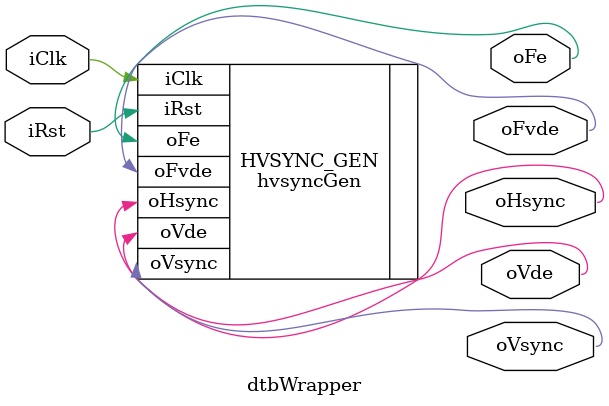
<source format=v>
/*
 * Create 2022/3/27
 * Author koutakimura
 * -
 * Display Timing Block
 */
module dtbWrapper #(
    parameter       pHdisplay       = 640,
    parameter       pHback          =  48,
    parameter       pHfront         =  16,
    parameter       pHsync          =  96,
    parameter       pVdisplay       = 480,
    parameter       pVtop           =  31,
    parameter       pVbottom        =  11,
    parameter       pVsync          =   2
)(
    input           iClk,           // clk
    input           iRst,           // Active High to sync rst
    output          oVde,           // video enable signal
    output          oFe,            // frame end
    output          oFvde,          // fast vde
    output          oHsync,
    output          oVsync
);

//----------------------------------------------------------
// ディスプレイ制御信号生成
//----------------------------------------------------------
hvsyncGen #(
    .pHdisplay  (pHdisplay),
    .pVdisplay  (pVdisplay),
    .pHback     (pHback),
    .pVtop      (pVtop),
    .pHfront    (pHfront),
    .pVbottom   (pVbottom),
    .pHsync     (pHsync),
    .pVsync     (pVsync)
) HVSYNC_GEN (
    .iClk       (iClk),
    .iRst       (iRst),
    .oHsync     (oHsync),
    .oVsync     (oVsync),
    .oVde       (oVde),
    .oFe        (oFe),
    .oFvde      (oFvde)
);

endmodule
</source>
